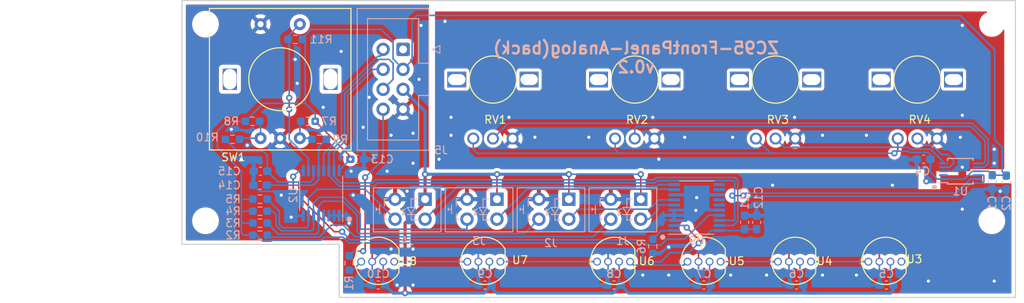
<source format=kicad_pcb>
(kicad_pcb (version 20211014) (generator pcbnew)
  (layers (0 "F.Cu" signal) (31 "B.Cu" signal) (34 "B.Paste" user) (35 "F.Paste" user) (36 "B.SilkS" user "B.Silkscreen") (37 "F.SilkS" user "F.Silkscreen") (38 "B.Mask" user) (39 "F.Mask" user) (44 "Edge.Cuts" user))
  (net 0 "")
  (net 1 "GND")
  (net 2 "ROT5-B")
  (net 3 "ROT5-A")
  (net 4 "+3v3")
  (net 5 "+5v")
  (net 6 "INT2")
  (net 7 "SDA")
  (net 8 "SCL")
  (net 9 "LED_DATA")
  (net 10 "ROT5-BUT")
  (net 11 "Net-(J1-Pad3)")
  (net 12 "Net-(J1-Pad4)")
  (net 13 "Net-(J2-Pad3)")
  (net 14 "Net-(U3-Pad4)")
  (net 15 "Net-(U4-Pad4)")
  (net 16 "Net-(U5-Pad4)")
  (net 17 "Net-(U6-Pad4)")
  (net 18 "Net-(J2-Pad4)")
  (net 19 "Net-(RV1-Pad2)")
  (net 20 "Net-(RV2-Pad2)")
  (net 21 "Net-(RV3-Pad2)")
  (net 22 "Net-(RV4-Pad2)")
  (net 23 "Net-(J3-Pad3)")
  (net 24 "Net-(J3-Pad4)")
  (net 25 "Net-(J4-Pad3)")
  (net 26 "Net-(J4-Pad4)")
  (net 27 "INT1")
  (net 28 "Net-(R1-Pad2)")
  (net 29 "Net-(R6-Pad1)")
  (net 30 "Net-(R7-Pad2)")
  (net 31 "Net-(R10-Pad1)")
  (net 33 "RESET")
  (net 39 "Net-(U7-Pad4)")
  (footprint "MountingHole:MountingHole_2.2mm_M2" (layer "F.Cu") (at 194 121)
    (fp_text reference "REF**" hide)
    (fp_text value "MountingHole_2.2mm_M2" hide)
  )
  (footprint "MountingHole:MountingHole_2.2mm_M2" (layer "F.Cu") (at 94 121)
    (fp_text reference "REF**" hide)
    (fp_text value "MountingHole_2.2mm_M2" hide)
  )
  (footprint "MountingHole:MountingHole_2.2mm_M2" (layer "F.Cu") (at 94 146)
    (fp_text reference "REF**" hide)
    (fp_text value "MountingHole_2.2mm_M2" hide)
  )
  (footprint "MountingHole:MountingHole_2.2mm_M2" (layer "F.Cu") (at 194 146)
    (fp_text reference "REF**" hide)
    (fp_text value "MountingHole_2.2mm_M2" hide)
  )
  (footprint "ProjLib:WS2812D-F5" (layer "F.Cu") (at 181.5 148)
    (fp_text reference "U3")
    (fp_text value "WS2812D")
  )
  (footprint "ProjLib:WS2812D-F5" (layer "F.Cu") (at 170 148)
    (fp_text reference "U4")
    (fp_text value "WS2812D")
  )
  (footprint "ProjLib:WS2812D-F5" (layer "F.Cu") (at 158.5 148)
    (fp_text reference "U5")
    (fp_text value "WS2812D")
  )
  (footprint "ProjLib:WS2812D-F5" (layer "F.Cu") (at 147 148)
    (fp_text reference "U6")
    (fp_text value "WS2812D")
  )
  (footprint "ProjLib:WS2812D-F5" (layer "F.Cu") (at 130.5 148)
    (fp_text reference "U7")
    (fp_text value "WS2812D")
  )
  (footprint "ProjLib:WS2812D-F5" (layer "F.Cu") (at 117 148)
    (fp_text reference "U8")
    (fp_text value "WS2812D")
  )
  (footprint "ProjLib:ALPSALPINE RK09L1140A2U" (layer "F.Cu") (at 130.556 128.143)
    (fp_text reference "RV1")
    (fp_text value "R_POT")
  )
  (footprint "ProjLib:ALPSALPINE RK09L1140A2U" (layer "F.Cu") (at 148.59 128.143)
    (fp_text reference "RV2")
    (fp_text value "R_POT")
  )
  (footprint "ProjLib:ALPSALPINE RK09L1140A2U" (layer "F.Cu") (at 166.497 128.143)
    (fp_text reference "RV3")
    (fp_text value "R_POT")
  )
  (footprint "ProjLib:ALPSALPINE RK09L1140A2U" (layer "F.Cu") (at 184.531 128.143)
    (fp_text reference "RV4")
    (fp_text value "R_POT")
  )
  (footprint "ProjLib:BOURNS PEC11L-4125F-S0020" (layer "F.Cu") (at 103.5 128)
    (fp_text reference "SW1")
    (fp_text value "ADJ")
  )
  (footprint "Capacitor_SMD:C_0603_1608Metric_Pad1.08x0.95mm_HandSolder" (layer "B.Cu") (at 100.938332 141.478 180)
    (fp_text reference "C14")
    (fp_text value "100nF")
  )
  (footprint "Capacitor_SMD:C_0603_1608Metric_Pad1.08x0.95mm_HandSolder" (layer "B.Cu") (at 157.3795 154.178 180)
    (fp_text reference "C7")
    (fp_text value "100nF")
  )
  (footprint "Library:ButtonConnector" (layer "B.Cu") (at 147.062 144.506 180)
    (fp_text reference "J1")
    (fp_text value "BUTTON_A")
  )
  (footprint "Resistor_SMD:R_0603_1608Metric_Pad0.98x0.95mm_HandSolder" (layer "B.Cu") (at 105.41 122.936 180)
    (fp_text reference "R11")
    (fp_text value "10K")
  )
  (footprint "Package_SO:TSSOP-10_3x3mm_P0.5mm" (layer "B.Cu") (at 189.992 139.7)
    (fp_text reference "U1")
    (fp_text value "ADS1115IDGS")
  )
  (footprint "Capacitor_SMD:C_0603_1608Metric_Pad1.08x0.95mm_HandSolder" (layer "B.Cu") (at 185.3195 138.176 180)
    (fp_text reference "C4")
    (fp_text value "100nF")
  )
  (footprint "Capacitor_SMD:C_0603_1608Metric_Pad1.08x0.95mm_HandSolder" (layer "B.Cu") (at 100.9915 139.7 180)
    (fp_text reference "C15")
    (fp_text value "100nF")
  )
  (footprint "Capacitor_SMD:C_0603_1608Metric_Pad1.08x0.95mm_HandSolder" (layer "B.Cu") (at 169.164 154.178 180)
    (fp_text reference "C6")
    (fp_text value "100nF")
  )
  (footprint "Capacitor_SMD:C_0603_1608Metric_Pad1.08x0.95mm_HandSolder" (layer "B.Cu") (at 194.056 141.0705 -90)
    (fp_text reference "C1")
    (fp_text value "100nF")
  )
  (footprint "Library:ButtonConnector" (layer "B.Cu") (at 137.918 144.506 180)
    (fp_text reference "J2")
    (fp_text value "BUTTON_B")
  )
  (footprint "Connector_IDC:IDC-Header_2x04_P2.54mm_Vertical" (layer "B.Cu") (at 119.126 124.206 180)
    (fp_text reference "J5")
    (fp_text value "Conn_02x04_Odd_Even")
  )
  (footprint "Capacitor_SMD:C_0603_1608Metric_Pad1.08x0.95mm_HandSolder" (layer "B.Cu") (at 162.56 146.2035 90)
    (fp_text reference "C11")
    (fp_text value "100nF")
  )
  (footprint "Resistor_SMD:R_0603_1608Metric_Pad0.98x0.95mm_HandSolder" (layer "B.Cu") (at 99.9725 133.35)
    (fp_text reference "R8")
    (fp_text value "10K")
  )
  (footprint "Resistor_SMD:R_0603_1608Metric_Pad0.98x0.95mm_HandSolder" (layer "B.Cu") (at 100.938332 144.78)
    (fp_text reference "R4")
    (fp_text value "10K")
  )
  (footprint "Resistor_SMD:R_0603_1608Metric_Pad0.98x0.95mm_HandSolder" (layer "B.Cu") (at 97.4325 135.636 180)
    (fp_text reference "R10")
    (fp_text value "10K")
  )
  (footprint "Capacitor_SMD:C_0603_1608Metric_Pad1.08x0.95mm_HandSolder" (layer "B.Cu") (at 195.834 141.1235 -90)
    (fp_text reference "C2")
    (fp_text value "10uF")
  )
  (footprint "Resistor_SMD:R_0603_1608Metric_Pad0.98x0.95mm_HandSolder" (layer "B.Cu") (at 100.938332 143.256)
    (fp_text reference "R5")
    (fp_text value "10K")
  )
  (footprint "Resistor_SMD:R_0603_1608Metric_Pad0.98x0.95mm_HandSolder" (layer "B.Cu") (at 108.458 135.636 180)
    (fp_text reference "R9")
    (fp_text value "10K")
  )
  (footprint "Resistor_SMD:R_0603_1608Metric_Pad0.98x0.95mm_HandSolder" (layer "B.Cu") (at 107.0375 133.35 180)
    (fp_text reference "R7")
    (fp_text value "10K")
  )
  (footprint "Capacitor_SMD:C_0603_1608Metric_Pad1.08x0.95mm_HandSolder" (layer "B.Cu") (at 164.084 146.2035 90)
    (fp_text reference "C12")
    (fp_text value "10uF")
  )
  (footprint "Package_SO:TSSOP-20_4.4x6.5mm_P0.65mm" (layer "B.Cu") (at 156.464 144.325)
    (fp_text reference "U9")
    (fp_text value "TLC59108IPWR")
  )
  (footprint "Resistor_SMD:R_0603_1608Metric_Pad0.98x0.95mm_HandSolder" (layer "B.Cu") (at 100.938332 147.828)
    (fp_text reference "R2")
    (fp_text value "10K")
  )
  (footprint "Capacitor_SMD:C_0603_1608Metric_Pad1.08x0.95mm_HandSolder" (layer "B.Cu") (at 115.9775 154.178 180)
    (fp_text reference "C10")
    (fp_text value "100nF")
  )
  (footprint "Resistor_SMD:R_0603_1608Metric_Pad0.98x0.95mm_HandSolder" (layer "B.Cu") (at 100.938332 146.304)
    (fp_text reference "R3")
    (fp_text value "10K")
  )
  (footprint "Library:ButtonConnector" (layer "B.Cu") (at 128.774 144.506 180)
    (fp_text reference "J3")
    (fp_text value "BUTTON_C")
  )
  (footprint "Library:ButtonConnector" (layer "B.Cu") (at 119.63 144.506 180)
    (fp_text reference "J4")
    (fp_text value "BUTTON_D")
  )
  (footprint "Package_SO:TSSOP-16_4.4x5mm_P0.65mm" (layer "B.Cu") (at 108.712 142.494 90)
    (fp_text reference "U2")
    (fp_text value "TCA9534")
  )
  (footprint "Capacitor_SMD:C_0603_1608Metric_Pad1.08x0.95mm_HandSolder" (layer "B.Cu") (at 129.54 154.178 180)
    (fp_text reference "C9")
    (fp_text value "100nF")
  )
  (footprint "Capacitor_SMD:C_0603_1608Metric_Pad1.08x0.95mm_HandSolder" (layer "B.Cu") (at 145.9495 154.178 180)
    (fp_text reference "C8")
    (fp_text value "100nF")
  )
  (footprint "Capacitor_SMD:C_0603_1608Metric_Pad1.08x0.95mm_HandSolder" (layer "B.Cu") (at 180.594 154.178 180)
    (fp_text reference "C5")
    (fp_text value "100nF")
  )
  (footprint "Resistor_SMD:R_0603_1608Metric_Pad0.98x0.95mm_HandSolder" (layer "B.Cu") (at 112.268 151.384 -90)
    (fp_text reference "R1")
    (fp_text value "100R")
  )
  (footprint "Resistor_SMD:R_0603_1608Metric_Pad0.98x0.95mm_HandSolder" (layer "B.Cu") (at 150.876 149.2485 -90)
    (fp_text reference "R6")
    (fp_text value "1K")
  )
  (footprint "Capacitor_SMD:C_0603_1608Metric_Pad1.08x0.95mm_HandSolder" (layer "B.Cu") (at 113.284 138.176 180)
    (fp_text reference "C13")
    (fp_text value "100nF")
  )
  (gr_circle (center 152.146 148.082) (end 152.4 148.082) (layer "B.SilkS") (width 0.15) (fill solid))
  (gr_circle (center 112.268 145.796) (end 112.522 145.796) (layer "B.SilkS") (width 0.15) (fill solid))
  (gr_circle (center 186.69 141.732) (end 186.944 141.732) (layer "B.SilkS") (width 0.15) (fill solid))
  (gr_line (start 91 149) (end 111 149) (layer "Edge.Cuts") (width 0.15))
  (gr_line (start 197 118) (end 91 118) (layer "Edge.Cuts") (width 0.15))
  (gr_line (start 111 155.75) (end 197 155.75) (layer "Edge.Cuts") (width 0.15))
  (gr_line (start 111 149) (end 111 155.75) (layer "Edge.Cuts") (width 0.15))
  (gr_line (start 91 118) (end 91 149) (layer "Edge.Cuts") (width 0.15))
  (gr_line (start 197 155.75) (end 197 118) (layer "Edge.Cuts") (width 0.15))
  (gr_text "ZC95-FrontPanel-Analog(back)\nv0.2" (at 148.75 125.25) (layer "B.SilkS") (effects (font (size 1.5 1.5) (thickness 0.3)) (justify mirror)))
  (segment (start 128.7 150.036) (end 128.524 149.86) (width 0.2) (layer "F.Cu") (net 1))
  (segment (start 115.2 150.23) (end 115.57 149.86) (width 0.2) (layer "F.Cu") (net 1))
  (segment (start 145.2 151.2) (end 145.2 149.948) (width 0.2) (layer "F.Cu") (net 1))
  (segment (start 115.2 151.2) (end 115.2 150.23) (width 0.2) (layer "F.Cu") (net 1))
  (segment (start 168.2 151.2) (end 168.2 149.912) (width 0.2) (layer "F.Cu") (net 1))
  (segment (start 128.7 151.2) (end 128.7 150.036) (width 0.2) (layer "F.Cu") (net 1))
  (segment (start 179.7 151.2) (end 179.7 149.992) (width 0.2) (layer "F.Cu") (net 1))
  (segment (start 190.246 144.526) (end 190.246 139.192) (width 1) (layer "F.Cu") (net 1))
  (segment (start 156.7 151.2) (end 156.7 150.132) (width 0.2) (layer "F.Cu") (net 1))
  (segment (start 179.7 149.992) (end 179.832 149.86) (width 0.2) (layer "F.Cu") (net 1))
  (via (at 117.094 139.7) (size 0.8) (drill 0.4) (layers "F.Cu" "B.Cu") (net 1))
  (via (at 135.89 135.382) (size 0.8) (drill 0.4) (layers "F.Cu" "B.Cu") (net 1))
  (via (at 111.252 124.46) (size 0.8) (drill 0.4) (layers "F.Cu" "B.Cu") (net 1))
  (via (at 181.356 141.478) (size 0.8) (drill 0.4) (layers "F.Cu" "B.Cu") (net 1))
  (via (at 152.908 152.908) (size 0.8) (drill 0.4) (layers "F.Cu" "B.Cu") (net 1))
  (via (at 120.396 134.874) (size 0.8) (drill 0.4) (layers "F.Cu" "B.Cu") (net 1))
  (via (at 124.206 141.986) (size 0.8) (drill 0.4) (layers "F.Cu" "B.Cu") (net 1))
  (via (at 120.396 154.178) (size 0.8) (drill 0.4) (layers "F.Cu" "B.Cu") (net 1))
  (via (at 125.222 135.128) (size 0.8) (drill 0.4) (layers "F.Cu" "B.Cu") (net 1))
  (via (at 97.282 134.366) (size 0.8) (drill 0.4) (layers "F.Cu" "B.Cu") (net 1))
  (via (at 152.908 149.352) (size 0.8) (drill 0.4) (layers "F.Cu" "B.Cu") (net 1))
  (via (at 154.94 135.382) (size 0.8) (drill 0.4) (layers "F.Cu" "B.Cu") (net 1))
  (via (at 156.3635 144.6795) (size 0.8) (drill 0.4) (layers "F.Cu" "B.Cu") (net 1))
  (via (at 117.602 149.606) (size 0.8) (drill 0.4) (layers "F.Cu" "B.Cu") (net 1))
  (via (at 165.354 152.908) (size 0.8) (drill 0.4) (layers "F.Cu" "B.Cu") (net 1))
  (via (at 166.116 141.478) (size 0.8) (drill 0.4) (layers "F.Cu" "B.Cu") (net 1))
  (via (at 125.222 132.842) (size 0.8) (drill 0.4) (layers "F.Cu" "B.Cu") (net 1))
  (via (at 161.036 135.382) (size 0.8) (drill 0.4) (layers "F.Cu" "B.Cu") (net 1))
  (via (at 117.602 135.128) (size 0.8) (drill 0.4) (layers "F.Cu" "B.Cu") (net 1))
  (via (at 103.632 142.748) (size 0.8) (drill 0.4) (layers "F.Cu" "B.Cu") (net 1))
  (via (at 121.412 121.158) (size 0.8) (drill 0.4) (layers "F.Cu" "B.Cu") (net 1))
  (via (at 150.876 132.842) (size 0.8) (drill 0.4) (layers "F.Cu" "B.Cu") (net 1))
  (via (at 190.246 121.158) (size 0.8) (drill 0.4) (layers "F.Cu" "B.Cu") (net 1))
  (via (at 104.902 145.542) (size 0.8) (drill 0.4) (layers "F.Cu" "B.Cu") (net 1))
  (via (at 112.268 146.304) (size 0.8) (drill 0.4) (layers "F.Cu" "B.Cu") (net 1))
  (via (at 178.054 135.128) (size 0.8) (drill 0.4) (layers "F.Cu" "B.Cu") (net 1))
  (via (at 194.31 153.67) (size 0.8) (drill 0.4) (layers "F.Cu" "B.Cu") (net 1))
  (via (at 190.246 132.588) (size 0.8) (drill 0.4) (layers "F.Cu" "B.Cu") (net 1))
  (via (at 112.522 139.7) (size 0.8) (drill 0.4) (layers "F.Cu" "B.Cu") (net 1))
  (via (at 156.464 143.055) (size 0.8) (drill 0.4) (layers "F.Cu" "B.Cu") (net 1))
  (via (at 120.396 149.606) (size 0.8) (drill 0.4) (layers "F.Cu" "B.Cu") (net 1))
  (via (at 168.91 132.842) (size 0.8) (drill 0.4) (layers "F.Cu" "B.Cu") (net 1))
  (via (at 105.664 128.524) (size 0.8) (drill 0.4) (layers "F.Cu" "B.Cu") (net 1))
  (via (at 190.246 144.526) (size 0.8) (drill 0.4) (layers "F.Cu" "B.Cu") (net 1))
  (via (at 118.364 154.178) (size 0.8) (drill 0.4) (layers "F.Cu" "B.Cu") (net 1))
  (via (at 121.158 128.016) (size 0.8) (drill 0.4) (layers "F.Cu" "B.Cu") (net 1))
  (via (at 160.782 152.908) (size 0.8) (drill 0.4) (layers "F.Cu" "B.Cu") (net 1))
  (via (at 98.552 138.176) (size 0.8) (drill 0.4) (layers "F.Cu" "B.Cu") (net 1))
  (via (at 185.928 153.67) (size 0.8) (drill 0.4) (layers "F.Cu" "B.Cu") (net 1))
  (via (at 123.698 138.176) (size 0.8) (drill 0.4) (layers "F.Cu" "B.Cu") (net 1))
  (via (at 142.748 135.382) (size 0.8) (drill 0.4) (layers "F.Cu" "B.Cu") (net 1))
  (via (at 185.674 140.97) (size 0.8) (drill 0.4) (layers "F.Cu" "B.Cu") (net 1))
  (via (at 172.466 152.908) (size 0.8) (drill 0.4) (layers "F.Cu" "B.Cu") (net 1))
  (via (at 99.314 136.398) (size 0.8) (drill 0.4) (layers "F.Cu" "B.Cu") (net 1))
  (via (at 176.784 152.908) (size 0.8) (drill 0.4) (layers "F.Cu" "B.Cu") (net 1))
  (via (at 194.31 138.684) (size 0.8) (drill 0.4) (layers "F.Cu" "B.Cu") (net 1))
  (via (at 105.41 125.476) (size 0.8) (drill 0.4) (layers "F.Cu" "B.Cu") (net 1))
  (via (at 195.072 142.24) (size 0.8) (drill 0.4) (layers "F.Cu" "B.Cu") (net 1))
  (via (at 124.46 120.65) (size 0.8) (drill 0.4) (layers "F.Cu" "B.Cu") (net 1))
  (via (at 114.808 130.302) (size 0.8) (drill 0.4) (layers "F.Cu" "B.Cu") (net 1))
  (via (at 149.606 152.908) (size 0.8) (drill 0.4) (layers "F.Cu" "B.Cu") (net 1))
  (via (at 119.634 142.24) (size 0.8) (drill 0.4) (layers "F.Cu" "B.Cu") (net 1))
  (via (at 172.466 135.128) (size 0.8) (drill 0.4) (layers "F.Cu" "B.Cu") (net 1))
  (via (at 151.638 138.176) (size 0.8) (drill 0.4) (layers "F.Cu" "B.Cu") (net 1))
  (via (at 114.046 134.112) (size 0.8) (drill 0.4) (layers "F.Cu" "B.Cu") (net 1))
  (via (at 190.246 139.192) (size 0.8) (drill 0.4) (layers "F.Cu" "B.Cu") (net 1))
  (via (at 132.588 132.842) (size 0.8) (drill 0.4) (layers "F.Cu" "B.Cu") (net 1))
  (via (at 189.992 135.382) (size 0.8) (drill 0.4) (layers "F.Cu" "B.Cu") (net 1))
  (via (at 194.31 136.906) (size 0.8) (drill 0.4) (layers "F.Cu" "B.Cu") (net 1))
  (via (at 108.966 131.572) (size 0.8) (drill 0.4) (layers "F.Cu" "B.Cu") (net 1))
  (via (at 112.776 142.748) (size 0.8) (drill 0.4) (layers "F.Cu" "B.Cu") (net 1))
  (via (at 120.396 138.684) (size 0.8) (drill 0.4) (layers "F.Cu" "B.Cu") (net 1))
  (segment (start 195.781 141.933) (end 195.834 141.986) (width 0.2) (layer "B.Cu") (net 1))
  (segment (start 103.632 142.266) (end 103.632 142.748) (width 0.2) (layer "B.Cu") (net 1))
  (segment (start 123.906 141.686) (end 124.206 141.986) (width 0.4) (layer "B.Cu") (net 1))
  (segment (start 128.6775 154.178) (end 128.7 154.1555) (width 0.2) (layer "B.Cu") (net 1))
  (segment (start 155.743 145.3) (end 156.3635 144.6795) (width 0.4) (layer "B.Cu") (net 1))
  (segment (start 195.019 141.933) (end 195.072 141.986) (width 0.2) (layer "B.Cu") (net 1))
  (segment (start 168.2 154.0765) (end 168.2 151.2) (width 0.2) (layer "B.Cu") (net 1))
  (segment (start 179.7315 154.178) (end 179.7 154.1465) (width 0.2) (layer "B.Cu") (net 1))
  (segment (start 168.3015 154.178) (end 168.2 154.0765) (width 0.2) (layer "B.Cu") (net 1))
  (segment (start 153.6015 145.3) (end 155.743 145.3) (width 0.4) (layer "B.Cu") (net 1))
  (segment (start 117.602 149.606) (end 116.794 149.606) (width 0.2) (layer "B.Cu") (net 1))
  (segment (start 115.115 154.178) (end 115.2 154.093) (width 0.2) (layer "B.Cu") (net 1))
  (segment (start 153.6015 142.7) (end 156.109 142.7) (width 0.4) (layer "B.Cu") (net 1))
  (segment (start 195.072 141.986) (end 195.072 142.24) (width 0.2) (layer "B.Cu") (net 1))
  (segment (start 156.464 144.579) (end 156.464 143.055) (width 0.4) (layer "B.Cu") (net 1))
  (segment (start 159.3265 142.7) (end 156.819 142.7) (width 0.4) (layer "B.Cu") (net 1))
  (segment (start 189.738 139.7) (end 190.246 139.192) (width 0.2) (layer "B.Cu") (net 1))
  (segment (start 120.396 154.178) (end 118.364 154.178) (width 0.4) (layer "B.Cu") (net 1))
  (segment (start 156.464 143.055) (end 158.059 144.65) (width 0.4) (layer "B.Cu") (net 1))
  (segment (start 187.842 139.7) (end 189.738 139.7) (width 0.2) (layer "B.Cu") (net 1))
  (segment (start 155.093 145.95) (end 156.464 144.579) (width 0.4) (layer "B.Cu") (net 1))
  (segment (start 153.6015 145.95) (end 155.093 145.95) (width 0.4) (layer "B.Cu") (net 1))
  (segment (start 156.3635 144.6795) (end 156.464 144.579) (width 0.4) (layer "B.Cu") (net 1))
  (segment (start 116.794 149.606) (end 115.2 151.2) (width 0.2) (layer "B.Cu") (net 1))
  (segment (start 156.819 142.7) (end 156.464 143.055) (width 0.4) (layer "B.Cu") (net 1))
  (segment (start 154.869 144.65) (end 156.464 143.055) (width 0.4) (layer "B.Cu") (net 1))
  (segment (start 162.56 145.341) (end 164.084 145.341) (width 0.2) (layer "B.Cu") (net 1))
  (segment (start 156.7 153.995) (end 156.7 151.2) (width 0.2) (layer "B.Cu") (net 1))
  (segment (start 195.019 141.933) (end 195.781 141.933) (width 0.2) (layer "B.Cu") (net 1))
  (segment (start 100.075832 141.478) (end 100.850832 142.253) (width 0.2) (layer "B.Cu") (net 1))
  (segment (start 115.2 154.093) (end 115.2 151.2) (width 0.2) (layer "B.Cu") (net 1))
  (segment (start 158.059 144.65) (end 159.3265 144.65) (width 0.4) (layer "B.Cu") (net 1))
  (segment (start 120.188 141.686) (end 123.906 141.686) (width 0.4) (layer "B.Cu") (net 1))
  (segment (start 117.602 149.606) (end 120.396 149.606) (width 0.4) (layer "B.Cu") (net 1))
  (segment (start 194.056 141.933) (end 195.019 141.933) (width 0.2) (layer "B.Cu") (net 1))
  (segment (start 128.7 154.1555) (end 128.7 151.2) (width 0.2) (layer "B.Cu") (net 1))
  (segment (start 145.2 154.065) (end 145.2 151.2) (width 0.2) (layer "B.Cu") (net 1))
  (segment (start 156.109 142.7) (end 156.464 143.055) (width 0.4) (layer "B.Cu") (net 1))
  (segment (start 100.850832 142.253) (end 103.619 142.253) (width 0.2) (layer "B.Cu") (net 1))
  (segment (start 153.6015 144.65) (end 154.869 144.65) (width 0.4) (layer "B.Cu") (net 1))
  (segment (start 156.517 154.178) (end 156.7 153.995) (width 0.2) (layer "B.Cu") (net 1))
  (segment (start 145.087 154.178) (end 145.2 154.065) (width 0.2) (layer "B.Cu") (net 1))
  (segment (start 145.2 151.2) (end 145.2 149.948) (width 0.2) (layer "B.Cu") (net 1))
  (segment (start 119.634 142.24) (end 120.188 141.686) (width 0.4) (layer "B.Cu") (net 1))
  (segment (start 103.619 142.253) (end 103.632 142.266) (width 0.2) (layer "B.Cu") (net 1))
  (segment (start 128.7 151.2) (end 128.7 150.036) (width 0.2) (layer "B.Cu") (net 1))
  (segment (start 179.7 154.1465) (end 179.7 151.2) (width 0.2) (layer "B.Cu") (net 1))
  (segment (start 108.387 140.787) (end 108.387 139.6315) (width 0.2) (layer "B.Cu") (net 2))
  (segment (start 101.800832 141.478) (end 107.696 141.478) (width 0.2) (layer "B.Cu") (net 2))
  (segment (start 108.387 136.6195) (end 108.387 139.6315) (width 0.2) (layer "B.Cu") (net 2))
  (segment (start 107.696 141.478) (end 108.387 140.787) (width 0.2) (layer "B.Cu") (net 2))
  (segment (start 109.3705 135.636) (end 108.387 136.6195) (width 0.2) (layer "B.Cu") (net 2))
  (segment (start 107.737 139.6315) (end 107.737 140.675) (width 0.2) (layer "B.Cu") (net 3))
  (segment (start 101.854 137.668) (end 101.346 137.16) (width 0.2) (layer "B.Cu") (net 3))
  (segment (start 107.334 141.078) (end 103.232 141.078) (width 0.2) (layer "B.Cu") (net 3))
  (segment (start 103.232 141.078) (end 101.854 139.7) (width 0.2) (layer "B.Cu") (net 3))
  (segment (start 98.044 137.16) (end 96.52 135.636) (width 0.2) (layer "B.Cu") (net 3))
  (segment (start 107.737 140.675) (end 107.334 141.078) (width 0.2) (layer "B.Cu") (net 3))
  (segment (start 101.346 137.16) (end 98.044 137.16) (width 0.2) (layer "B.Cu") (net 3))
  (segment (start 101.854 139.7) (end 101.854 137.668) (width 0.2) (layer "B.Cu") (net 3))
  (segment (start 112.4215 138.176) (end 112.4215 137.8215) (width 0.2) (layer "F.Cu") (net 4))
  (segment (start 112.4215 137.8215) (end 107.95 133.35) (width 0.2) (layer "F.Cu") (net 4))
  (segment (start 181.61 137.414) (end 182.031 136.993) (width 0.2) (layer "F.Cu") (net 4))
  (segment (start 156.718 148.844) (end 156.718 148.389) (width 0.2) (layer "F.Cu") (net 4))
  (segment (start 182.031 136.993) (end 182.031 135.543) (width 0.2) (layer "F.Cu") (net 4))
  (segment (start 156.718 148.389) (end 155.194 146.865) (width 0.2) (layer "F.Cu") (net 4))
  (via (at 112.4215 138.176) (size 0.8) (drill 0.4) (layers "F.Cu" "B.Cu") (net 4))
  (via (at 155.194 146.865) (size 0.8) (drill 0.4) (layers "F.Cu" "B.Cu") (net 4))
  (via (at 107.95 133.35) (size 0.8) (drill 0.4) (layers "F.Cu" "B.Cu") (net 4))
  (via (at 181.61 137.414) (size 0.8) (drill 0.4) (layers "F.Cu" "B.Cu") (net 4))
  (via (at 156.718 148.844) (size 0.8) (drill 0.4) (layers "F.Cu" "B.Cu") (net 4))
  (segment (start 186.182 139.815) (end 186.182 137.605686) (width 0.2) (layer "B.Cu") (net 4))
  (segment (start 149.606 151.13) (end 149.714 151.238) (width 0.2) (layer "B.Cu") (net 4))
  (segment (start 102.444472 148.482) (end 108.652529 148.482) (width 0.2) (layer "B.Cu") (net 4))
  (segment (start 186.182 137.605686) (end 185.882314 137.306) (width 0.2) (layer "B.Cu") (net 4))
  (segment (start 181.864 137.16) (end 181.61 137.414) (width 0.2) (layer "B.Cu") (net 4))
  (segment (start 154.929 146.6) (end 155.194 146.865) (width 0.2) (layer "B.Cu") (net 4))
  (segment (start 195.781 140.208) (end 195.834 140.261) (width 0.2) (layer "B.Cu") (net 4))
  (segment (start 106.68 122.428) (end 106.68 131.064) (width 0.2) (layer "B.Cu") (net 4))
  (segment (start 106.68 122.428) (end 106.172 122.936) (width 0.2) (layer "B.Cu") (net 4))
  (segment (start 98.552 143.51) (end 98.552 139.7) (width 0.2) (layer "B.Cu") (net 4))
  (segment (start 109.044731 148.089798) (end 111.508919 148.089798) (width 0.2) (layer "B.Cu") (net 4))
  (segment (start 190.516 140.7) (end 191.516 139.7) (width 0.2) (layer "B.Cu") (net 4))
  (segment (start 156.718 148.844) (end 158.312 147.25) (width 0.2) (layer "B.Cu") (net 4))
  (segment (start 116.332 121.666) (end 107.442 121.666) (width 0.2) (layer "B.Cu") (net 4))
  (segment (start 96.774 133.35) (end 99.06 133.35) (width 0.2) (layer "B.Cu") (net 4))
  (segment (start 107.95 132.334) (end 107.95 133.35) (width 0.2) (layer "B.Cu") (net 4))
  (segment (start 110.987 139.6105) (end 110.987 139.6315) (width 0.2) (layer "B.Cu") (net 4))
  (segment (start 107.442 121.666) (end 106.68 122.428) (width 0.2) (layer "B.Cu") (net 4))
  (segment (start 148.825 148.825) (end 149.606 149.606) (width 0.2) (layer "B.Cu") (net 4))
  (segment (start 159.3265 147.25) (end 162.376 147.25) (width 0.2) (layer "B.Cu") (net 4))
  (segment (start 98.806 143.256) (end 98.552 143.51) (width 0.2) (layer "B.Cu") (net 4))
  (segment (start 120.276 125.596) (end 120.276 120.516) (width 0.2) (layer "B.Cu") (net 4))
  (segment (start 128.524 137.414) (end 128.056 136.946) (width 0.2) (layer "B.Cu") (net 4))
  (segment (start 101.308832 148.603) (end 102.323472 148.603) (width 0.2) (layer "B.Cu") (net 4))
  (segment (start 165.868 137.414) (end 163.997 135.543) (width 0.2) (layer "B.Cu") (net 4))
  (segment (start 194.372 124.268) (end 194.372 135.698) (width 0.2) (layer "B.Cu") (net 4))
  (segment (start 185.882314 137.306) (end 183.476315 137.306) (width 0.2) (layer "B.Cu") (net 4))
  (segment (start 194.056 140.208) (end 195.781 140.208) (width 0.2) (layer "B.Cu") (net 4))
  (segment (start 128.056 136.946) (end 128.056 135.543) (width 0.2) (layer "B.Cu") (net 4))
  (segment (start 119.126 126.746) (end 119.126 126.688314) (width 0.2) (layer "B.Cu") (net 4))
  (segment (start 98.552 139.7) (end 95.504 136.652) (width 0.2) (layer "B.Cu") (net 4))
  (segment (start 98.552 143.51) (end 98.552 144.78) (width 0.2) (layer "B.Cu") (net 4))
  (segment (start 162.56 147.066) (end 164.084 147.066) (width 0.2) (layer "B.Cu") (net 4))
  (segment (start 192.142 139.7) (end 193.548 139.7) (width 0.2) (layer "B.Cu") (net 4))
  (segment (start 181.61 137.414) (end 165.868 137.414) (width 0.2) (layer "B.Cu") (net 4))
  (segment (start 108.652529 148.482) (end 109.044731 148.089798) (width 0.2) (layer "B.Cu") (net 4))
  (segment (start 100.279832 147.574) (end 101.308832 148.603) (width 0.2) (layer "B.Cu") (net 4))
  (segment (start 98.806 147.828) (end 98.552 147.574) (width 0.2) (layer "B.Cu") (net 4))
  (segment (start 153.1 150.052) (end 155.51 150.052) (width 0.2) (layer "B.Cu") (net 4))
  (segment (start 151.914 151.238) (end 153.1 150.052) (width 0.2) (layer "B.Cu") (net 4))
  (segment (start 187.842 140.7) (end 190.516 140.7) (width 0.2) (layer "B.Cu") (net 4))
  (segment (start 194.372 135.698) (end 195.326 136.652) (width 0.2) (layer "B.Cu") (net 4))
  (segment (start 98.552 146.05) (end 98.806 146.304) (width 0.2) (layer "B.Cu") (net 4))
  (segment (start 165.868 137.414) (end 146.558 137.414) (width 0.2) (layer "B.Cu") (net 4))
  (segment (start 183.330315 137.16) (end 181.864 137.16) (width 0.2) (layer "B.Cu") (net 4))
  (segment (start 155.51 150.052) (end 156.718 148.844) (width 0.2) (layer "B.Cu") (net 4))
  (segment (start 195.326 139.753) (end 195.834 140.261) (width 0.2) (layer "B.Cu") (net 4))
  (segment (start 95.504 136.652) (end 95.504 134.62) (width 0.2) (layer "B.Cu") (net 4))
  (segment (start 195.326 136.652) (end 195.326 139.753) (width 0.2) (layer "B.Cu") (net 4))
  (segment (start 120.904 119.888) (end 189.992 119.888) (width 0.2) (layer "B.Cu") (net 4))
  (segment (start 98.552 144.78) (end 98.552 146.05) (width 0.2) (layer "B.Cu") (net 4))
  (segment (start 120.276 120.516) (end 120.904 119.888) (width 0.2) (layer "B.Cu") (net 4))
  (segment (start 191.516 139.7) (end 192.142 139.7) (width 0.2) (layer "B.Cu") (net 4))
  (segment (start 149.714 151.238) (end 151.914 151.238) (width 0.2) (layer "B.Cu") (net 4))
  (segment (start 111.508919 148.089798) (end 112.244121 148.825) (width 0.2) (layer "B.Cu") (net 4))
  (segment (start 95.504 134.62) (end 96.774 133.35) (width 0.2) (layer "B.Cu") (net 4))
  (segment (start 158.312 147.25) (end 159.3265 147.25) (width 0.2) (layer "B.Cu") (net 4))
  (segment (start 106.68 131.064) (end 107.95 132.334) (width 0.2) (layer "B.Cu") (net 4))
  (segment (start 189.992 119.888) (end 194.372 124.268) (width 0.2) (layer "B.Cu") (net 4))
  (segment (start 99.06 133.35) (end 101.346 131.064) (width 0.2) (layer "B.Cu") (net 4))
  (segment (start 187.842 140.7) (end 187.067 140.7) (width 0.2) (layer "B.Cu") (net 4))
  (segment (start 153.6015 146.6) (end 154.929 146.6) (width 0.2) (layer "B.Cu") (net 4))
  (segment (start 146.09 136.946) (end 146.09 135.543) (width 0.2) (layer "B.Cu") (net 4))
  (segment (start 146.558 137.414) (end 128.524 137.414) (width 0.2) (layer "B.Cu") (net 4))
  (segment (start 112.4215 138.176) (end 110.987 139.6105) (width 0.2) (layer "B.Cu") (net 4))
  (segment (start 183.476315 137.306) (end 183.330315 137.16) (width 0.2) (layer "B.Cu") (net 4))
  (segment (start 112.244121 148.825) (end 148.825 148.825) (width 0.2) (layer "B.Cu") (net 4))
  (segment (start 146.558 137.414) (end 146.09 136.946) (width 0.2) (layer "B.Cu") (net 4))
  (segment (start 117.856 123.19) (end 116.332 121.666) (width 0.2) (layer "B.Cu") (net 4))
  (segment (start 100.025832 147.828) (end 98.806 147.828) (width 0.2) (layer "B.Cu") (net 4))
  (segment (start 98.806 146.304) (end 100.025832 146.304) (width 0.2) (layer "B.Cu") (net 4))
  (segment (start 117.856 125.418314) (end 117.856 123.19) (width 0.2) (layer "B.Cu") (net 4))
  (segment (start 98.552 147.574) (end 98.552 146.05) (width 0.2) (layer "B.Cu") (net 4))
  (segment (start 193.548 139.7) (end 194.056 140.208) (width 0.2) (layer "B.Cu") (net 4))
  (segment (start 187.067 140.7) (end 186.182 139.815) (width 0.2) (layer "B.Cu") (net 4))
  (segment (start 119.126 126.746) (end 120.276 125.596) (width 0.2) (layer "B.Cu") (net 4))
  (segment (start 162.376 147.25) (end 162.56 147.066) (width 0.2) (layer "B.Cu") (net 4))
  (segment (start 100.025832 144.78) (end 98.552 144.78) (width 0.2) (layer "B.Cu") (net 4))
  (segment (start 102.323472 148.603) (end 102.444472 148.482) (width 0.2) (layer "B.Cu") (net 4))
  (segment (start 119.126 126.688314) (end 117.856 125.418314) (width 0.2) (layer "B.Cu") (net 4))
  (segment (start 100.025832 147.828) (end 100.279832 147.574) (width 0.2) (layer "B.Cu") (net 4))
  (segment (start 101.346 131.064) (end 106.68 131.064) (width 0.2) (layer "B.Cu") (net 4))
  (segment (start 149.606 149.606) (end 149.606 151.13) (width 0.2) (layer "B.Cu") (net 4))
  (segment (start 100.025832 143.256) (end 98.806 143.256) (width 0.2) (layer "B.Cu") (net 4))
  (segment (start 131.068 140.0865) (end 131.068 142.331) (width 0.2) (layer "F.Cu") (net 5))
  (segment (start 121.924 140.0865) (end 121.924 142.331) (width 0.4) (layer "F.Cu") (net 5))
  (segment (start 119.38 146.293767) (end 119.38 155.194) (width 0.4) (layer "F.Cu") (net 5))
  (segment (start 149.356 140.0865) (end 149.356 142.331) (width 0.2) (layer "F.Cu") (net 5))
  (segment (start 140.212 140.0865) (end 140.212 142.331) (width 0.2) (layer "F.Cu") (net 5))
  (segment (start 121.92 143.256) (end 121.92 143.753767) (width 0.4) (layer "F.Cu") (net 5))
  (segment (start 121.92 143.753767) (end 119.38 146.293767) (width 0.4) (layer "F.Cu") (net 5))
  (via (at 140.212 140.0865) (size 0.8) (drill 0.4) (layers "F.Cu" "B.Cu") (net 5))
  (via (at 119.38 155.194) (size 0.8) (drill 0.4) (layers "F.Cu" "B.Cu") (net 5))
  (via (at 149.356 140.0865) (size 0.8) (drill 0.4) (layers "F.Cu" "B.Cu") (net 5))
  (via (at 121.924 140.0865) (size 0.8) (drill 0.4) (layers "F.Cu" "B.Cu") (net 5))
  (via (at 131.068 140.0865) (size 0.8) (drill 0.4) (layers "F.Cu" "B.Cu") (net 5))
  (segment (start 131.068 140.0865) (end 140.212 140.0865) (width 0.4) (layer "B.Cu") (net 5))
  (segment (start 181.1 153.8215) (end 181.1 151.2) (width 0.2) (layer "B.Cu") (net 5))
  (segment (start 181.4565 154.178) (end 181.1 153.8215) (width 0.2) (layer "B.Cu") (net 5))
  (segment (start 170.0265 154.178) (end 169.6 153.7515) (width 0.2) (layer "B.Cu") (net 5))
  (segment (start 146.6 153.966) (end 146.6 151.2) (width 0.2) (layer "B.Cu") (net 5))
  (segment (start 121.924 132.084) (end 121.924 140.0865) (width 0.4) (layer "B.Cu") (net 5))
  (segment (start 116.6 153.938) (end 116.6 151.2) (width 0.2) (layer "B.Cu") (net 5))
  (segment (start 130.4025 154.178) (end 130.4025 154.5325) (width 0.4) (layer "B.Cu") (net 5))
  (segment (start 130.1 153.8755) (end 130.1 151.2) (width 0.2) (layer "B.Cu") (net 5))
  (segment (start 145.796 155.194) (end 146.812 154.178) (width 0.4) (layer "B.Cu") (net 5))
  (segment (start 158.242 154.178) (end 158.242 154.686) (width 0.4) (layer "B.Cu") (net 5))
  (segment (start 147.828 155.194) (end 157.734 155.194) (width 0.4) (layer "B.Cu") (net 5))
  (segment (start 117.856 155.194) (end 119.38 155.194) (width 0.4) (layer "B.Cu") (net 5))
  (segment (start 181.102 155.194) (end 181.4565 154.8395) (width 0.4) (layer "B.Cu") (net 5))
  (segment (start 181.4565 154.8395) (end 181.4565 154.178) (width 0.4) (layer "B.Cu") (net 5))
  (segment (start 171.704 155.194) (end 181.102 155.194) (width 0.4) (layer "B.Cu") (net 5))
  (segment (start 170.0265 154.7865) (end 170.0265 154.178) (width 0.4) (layer "B.Cu") (net 5))
  (segment (start 157.734 155.194) (end 171.704 155.194) (width 0.4) (layer "B.Cu") (net 5))
  (segment (start 158.242 154.178) (end 158.1 154.036) (width 0.2) (layer "B.Cu") (net 5))
  (segment (start 116.84 154.178) (end 116.6 153.938) (width 0.2) (layer "B.Cu") (net 5))
  (segment (start 121.924 140.0865) (end 131.068 140.0865) (width 0.4) (layer "B.Cu") (net 5))
  (segment (start 169.6 153.7515) (end 169.6 151.2) (width 0.2) (layer "B.Cu") (net 5))
  (segment (start 129.3865 155.194) (end 130.4025 154.178) (width 0.4) (layer "B.Cu") (net 5))
  (segment (start 146.812 154.178) (end 147.828 155.194) (width 0.4) (layer "B.Cu") (net 5))
  (segment (start 170.434 155.194) (end 170.0265 154.7865) (width 0.4) (layer "B.Cu") (net 5))
  (segment (start 158.1 154.036) (end 158.1 151.2) (width 0.2) (layer "B.Cu") (net 5))
  (segment (start 130.4025 154.178) (end 130.1 153.8755) (width 0.2) (layer "B.Cu") (net 5))
  (segment (start 149.356 140.0865) (end 140.212 140.0865) (width 0.2) (layer "B.Cu") (net 5))
  (segment (start 116.84 154.178) (end 117.856 155.194) (width 0.4) (layer "B.Cu") (net 5))
  (segment (start 119.38 155.194) (end 129.3865 155.194) (width 0.4) (layer "B.Cu") (net 5))
  (segment (start 119.126 129.286) (end 121.924 132.084) (width 0.4) (layer "B.Cu") (net 5))
  (segment (start 146.812 154.178) (end 146.6 153.966) (width 0.2) (layer "B.Cu") (net 5))
  (segment (start 131.064 155.194) (end 145.796 155.194) (width 0.4) (layer "B.Cu") (net 5))
  (segment (start 130.4025 154.5325) (end 131.064 155.194) (width 0.4) (layer "B.Cu") (net 5))
  (segment (start 171.704 155.194) (end 170.434 155.194) (width 0.4) (layer "B.Cu") (net 5))
  (segment (start 158.242 154.686) (end 157.734 155.194) (width 0.4) (layer "B.Cu") (net 5))
  (segment (start 116.224 125.076) (end 115.912314 125.076) (width 0.2) (layer "B.Cu") (net 6))
  (segment (start 111.2895 135.201488) (end 109.037 137.453988) (width 0.2) (layer "B.Cu") (net 6))
  (segment (start 111.2895 129.698814) (end 111.2895 135.201488) (width 0.2) (layer "B.Cu") (net 6))
  (segment (start 109.037 137.453988) (end 109.037 139.6315) (width 0.2) (layer "B.Cu") (net 6))
  (segment (start 116.586 124.206) (end 116.586 124.714) (width 0.2) (layer "B.Cu") (net 6))
  (segment (start 116.586 124.714) (end 116.224 125.076) (width 0.2) (layer "B.Cu") (net 6))
  (segment (start 115.912314 125.076) (end 111.2895 129.698814) (width 0.2) (layer "B.Cu") (net 6))
  (segment (start 116.586 126.746) (end 115.373686 126.746) (width 0.2) (layer "B.Cu") (net 7))
  (segment (start 192.992 140.275) (end 192.992 141.018) (width 0.2) (layer "B.Cu") (net 7))
  (segment (start 161.332685 140.5) (end 151.309629 140.5) (width 0.2) (layer "B.Cu") (net 7))
  (segment (start 110.337 137.28536) (end 110.337 139.6315) (width 0.2) (layer "B.Cu") (net 7))
  (segment (start 151.309629 140.5) (end 151.02363 140.786) (width 0.2) (layer "B.Cu") (net 7))
  (segment (start 115.628999 140.786) (end 115.228999 141.186) (width 0.2) (layer "B.Cu") (net 7))
  (segment (start 159.3265 146.6) (end 161.104685 146.6) (width 0.2) (layer "B.Cu") (net 7))
  (segment (start 161.104685 146.6) (end 161.69 146.014685) (width 0.2) (layer "B.Cu") (net 7))
  (segment (start 161.69 146.014685) (end 161.69 143.91) (width 0.2) (layer "B.Cu") (net 7))
  (segment (start 110.337 140.368999) (end 110.337 139.6315) (width 0.2) (layer "B.Cu") (net 7))
  (segment (start 191.319686 141.224) (end 189.649685 142.894) (width 0.2) (layer "B.Cu") (net 7))
  (segment (start 112.0895 130.030186) (end 112.0895 135.53286) (width 0.2) (layer "B.Cu") (net 7))
  (segment (start 162.414 143.91) (end 161.69 143.91) (width 0.2) (layer "B.Cu") (net 7))
  (segment (start 161.69 140.857314) (end 161.332685 140.5) (width 0.2) (layer "B.Cu") (net 7))
  (segment (start 192.142 140.2) (end 192.917 140.2) (width 0.2) (layer "B.Cu") (net 7))
  (segment (start 189.649685 142.894) (end 163.43 142.894) (width 0.2) (layer "B.Cu") (net 7))
  (segment (start 192.917 140.2) (end 192.992 140.275) (width 0.2) (layer "B.Cu") (net 7))
  (segment (start 111.154001 141.186) (end 110.337 140.368999) (width 0.2) (layer "B.Cu") (net 7))
  (segment (start 163.43 142.894) (end 162.414 143.91) (width 0.2) (layer "B.Cu") (net 7))
  (segment (start 151.02363 140.786) (end 115.628999 140.786) (width 0.2) (layer "B.Cu") (net 7))
  (segment (start 115.373686 126.746) (end 112.0895 130.030186) (width 0.2) (layer "B.Cu") (net 7))
  (segment (start 112.0895 135.53286) (end 110.337 137.28536) (width 0.2) (layer "B.Cu") (net 7))
  (segment (start 161.69 143.91) (end 161.69 140.857314) (width 0.2) (layer "B.Cu") (net 7))
  (segment (start 115.228999 141.186) (end 111.154001 141.186) (width 0.2) (layer "B.Cu") (net 7))
  (segment (start 192.992 141.018) (end 192.786 141.224) (width 0.2) (layer "B.Cu") (net 7))
  (segment (start 192.786 141.224) (end 191.319686 141.224) (width 0.2) (layer "B.Cu") (net 7))
  (segment (start 160.9905 142.801) (end 162.3895 142.801) (width 0.2) (layer "F.Cu") (net 8))
  (via (at 160.9905 142.801) (size 0.8) (drill 0.4) (layers "F.Cu" "B.Cu") (net 8))
  (via (at 162.3895 142.801) (size 0.8) (drill 0.4) (layers "F.Cu" "B.Cu") (net 8))
  (segment (start 189.484 142.494) (end 162.6965 142.494) (width 0.2) (layer "B.Cu") (net 8))
  (segment (start 110.988315 141.586) (end 109.687 140.284685) (width 0.2) (layer "B.Cu") (net 8))
  (segment (start 161.29 145.849) (end 161.189 145.95) (width 0.2) (layer "B.Cu") (net 8))
  (segment (start 109.687 139.6315) (end 109.687 137.369674) (width 0.2) (layer "B.Cu") (net 8))
  (segment (start 115.462 141.586) (end 110.988315 141.586) (width 0.2) (layer "B.Cu") (net 8))
  (segment (start 162.6965 142.494) (end 162.3895 142.801) (width 0.2) (layer "B.Cu") (net 8))
  (segment (start 117.856 128.016) (end 116.586 129.286) (width 0.2) (layer "B.Cu") (net 8))
  (segment (start 117.348 125.476) (end 117.856 125.984) (width 0.2) (layer "B.Cu") (net 8))
  (segment (start 116.078 125.476) (end 117.348 125.476) (width 0.2) (layer "B.Cu") (net 8))
  (segment (start 109.687 137.369674) (end 111.6895 135.367174) (width 0.2) (layer "B.Cu") (net 8))
  (segment (start 111.6895 135.367174) (end 111.6895 129.8645) (width 0.2) (layer "B.Cu") (net 8))
  (segment (start 192.142 140.7) (end 191.278 140.7) (width 0.2) (layer "B.Cu") (net 8))
  (segment (start 161.189 145.95) (end 159.3265 145.95) (width 0.2) (layer "B.Cu") (net 8))
  (segment (start 161.29 141.023) (end 161.167 140.9) (width 0.2) (layer "B.Cu") (net 8))
  (segment (start 161.167 140.9) (end 151.475315 140.9) (width 0.2) (layer "B.Cu") (net 8))
  (segment (start 115.862 141.186) (end 115.462 141.586) (width 0.2) (layer "B.Cu") (net 8))
  (segment (start 191.278 140.7) (end 189.484 142.494) (width 0.2) (layer "B.Cu") (net 8))
  (segment (start 151.189315 141.186) (end 115.862 141.186) (width 0.2) (layer "B.Cu") (net 8))
  (segment (start 161.29 143.817) (end 161.29 145.849) (width 0.2) (layer "B.Cu") (net 8))
  (segment (start 117.856 125.984) (end 117.856 128.016) (width 0.2) (layer "B.Cu") (net 8))
  (segment (start 160.9905 142.801) (end 161.29 143.1005) (width 0.2) (layer "B.Cu") (net 8))
  (segment (start 109.687 140.284685) (end 109.687 139.6315) (width 0.2) (layer "B.Cu") (net 8))
  (segment (start 111.6895 129.8645) (end 116.078 125.476) (width 0.2) (layer "B.Cu") (net 8))
  (segment (start 151.475315 140.9) (end 151.189315 141.186) (width 0.2) (layer "B.Cu") (net 8))
  (segment (start 161.29 143.817) (end 161.29 141.023) (width 0.2) (layer "B.Cu") (net 8))
  (segment (start 161.29 143.1005) (end 161.29 143.817) (width 0.2) (layer "B.Cu") (net 8))
  (segment (start 114.046 149.86) (end 114.3 149.606) (width 0.2) (layer "F.Cu") (net 9))
  (segment (start 114.3 149.606) (end 114.3 140.4865) (width 0.2) (layer "F.Cu") (net 9))
  (via (at 114.3 140.4865) (size 0.8) (drill 0.4) (layers "F.Cu" "B.Cu") (net 9))
  (via (at 114.046 149.86) (size 0.8) (drill 0.4) (layers "F.Cu" "B.Cu") (net 9))
  (segment (start 116.586 138.2005) (end 114.3 140.4865) (width 0.2) (layer "B.Cu") (net 9))
  (segment (start 114.046 149.86) (end 112.8795 149.86) (width 0.2) (layer "B.Cu") (net 9))
  (segment (start 112.8795 149.86) (end 112.268 150.4715) (width 0.2) (layer "B.Cu") (net 9))
  (segment (start 116.586 131.826) (end 116.586 138.2005) (width 0.2) (layer "B.Cu") (net 9))
  (segment (start 104.648 131.826) (end 104.648 130.3645) (width 0.2) (layer "F.Cu") (net 10))
  (via (at 104.648 130.3645) (size 0.8) (drill 0.4) (layers "F.Cu" "B.Cu") (net 10))
  (via (at 104.648 131.826) (size 0.8) (drill 0.4) (layers "F.Cu" "B.Cu") (net 10))
  (segment (start 104.4975 122.936) (end 104.4975 122.5025) (width 0.2) (layer "B.Cu") (net 10))
  (segment (start 107.087 138.075) (end 106.172 137.16) (width 0.2) (layer "B.Cu") (net 10))
  (segment (start 104.4975 122.5025) (end 106 121) (width 0.2) (layer "B.Cu") (net 10))
  (segment (start 104.648 123.0865) (end 104.4975 122.936) (width 0.2) (layer "B.Cu") (net 10))
  (segment (start 104.648 130.3645) (end 104.648 123.0865) (width 0.2) (layer "B.Cu") (net 10))
  (segment (start 104.648 135.649895) (end 104.648 131.826) (width 0.2) (layer "B.Cu") (net 10))
  (segment (start 106.158105 137.16) (end 104.648 135.649895) (width 0.2) (layer "B.Cu") (net 10))
  (segment (start 107.087 139.6315) (end 107.087 138.075) (width 0.2) (layer "B.Cu") (net 10))
  (segment (start 106.172 137.16) (end 106.158105 137.16) (width 0.2) (layer "B.Cu") (net 10))
  (segment (start 153.6015 144) (end 151.541001 144) (width 0.2) (layer "B.Cu") (net 11))
  (segment (start 151.541001 144) (end 151.541001 144.622999) (width 0.2) (layer "B.Cu") (net 11))
  (segment (start 151.541001 144.622999) (end 150.368 145.796) (width 0.2) (layer "B.Cu") (net 11))
  (segment (start 150.368 145.796) (end 149.352 145.796) (width 0.2) (layer "B.Cu") (net 11))
  (segment (start 108.486843 148.082) (end 109.037 147.531843) (width 0.2) (layer "B.Cu") (net 12))
  (segment (start 109.037 147.531843) (end 109.037 145.3565) (width 0.2) (layer "B.Cu") (net 12))
  (segment (start 145.542 145.796) (end 143.313 148.025) (width 0.2) (layer "B.Cu") (net 12))
  (segment (start 102.104832 148.082) (end 108.486843 148.082) (width 0.2) (layer "B.Cu") (net 12))
  (segment (start 111.53205 146.558) (end 110.010843 146.558) (width 0.2) (layer "B.Cu") (net 12))
  (segment (start 110.010843 146.558) (end 108.486843 148.082) (width 0.2) (layer "B.Cu") (net 12))
  (segment (start 101.850832 147.828) (end 102.104832 148.082) (width 0.2) (layer "B.Cu") (net 12))
  (segment (start 112.99905 148.025) (end 111.53205 146.558) (width 0.2) (layer "B.Cu") (net 12))
  (segment (start 143.313 148.025) (end 112.99905 148.025) (width 0.2) (layer "B.Cu") (net 12))
  (segment (start 153.6015 143.35) (end 151.625315 143.35) (width 0.2) (layer "B.Cu") (net 13))
  (segment (start 151.625315 143.35) (end 150.449315 144.526) (width 0.2) (layer "B.Cu") (net 13))
  (segment (start 140.208 145.796) (end 141.478 144.526) (width 0.2) (layer "B.Cu") (net 13))
  (segment (start 141.478 144.526) (end 150.449315 144.526) (width 0.2) (layer "B.Cu") (net 13))
  (segment (start 178.3 151.2) (end 171 151.2) (width 0.2) (layer "B.Cu") (net 14))
  (segment (start 159.5 151.2) (end 166.8 151.2) (width 0.2) (layer "B.Cu") (net 15))
  (segment (start 154.862 151.638) (end 155.3 151.2) (width 0.2) (layer "B.Cu") (net 16))
  (segment (start 148 151.2) (end 148.438 151.638) (width 0.2) (layer "B.Cu") (net 16))
  (segment (start 148.438 151.638) (end 154.862 151.638) (width 0.2) (layer "B.Cu") (net 16))
  (segment (start 131.5 151.2) (end 143.8 151.2) (width 0.2) (layer "B.Cu") (net 17))
  (segment (start 108.387 144.089) (end 108.387 145.3565) (width 0.2) (layer "B.Cu") (net 18))
  (segment (start 113.284 145.288) (end 111.506 143.51) (width 0.2) (layer "B.Cu") (net 18))
  (segment (start 111.506 143.51) (end 108.966 143.51) (width 0.2) (layer "B.Cu") (net 18))
  (segment (start 103.228832 147.682) (end 101.850832 146.304) (width 0.2) (layer "B.Cu") (net 18))
  (segment (start 108.387 145.3565) (end 108.387 147.391) (width 0.2) (layer "B.Cu") (net 18))
  (segment (start 108.096 147.682) (end 103.228832 147.682) (width 0.2) (layer "B.Cu") (net 18))
  (segment (start 108.966 143.51) (end 108.387 144.089) (width 0.2) (layer "B.Cu") (net 18))
  (segment (start 134.569 147.625) (end 113.551 147.625) (width 0.2) (layer "B.Cu") (net 18))
  (segment (start 108.387 147.391) (end 108.096 147.682) (width 0.2) (layer "B.Cu") (net 18))
  (segment (start 136.398 145.796) (end 134.569 147.625) (width 0.2) (layer "B.Cu") (net 18))
  (segment (start 113.551 147.625) (end 113.284 147.358) (width 0.2) (layer "B.Cu") (net 18))
  (segment (start 113.284 147.358) (end 113.284 145.288) (width 0.2) (layer "B.Cu") (net 18))
  (segment (start 193.548 138.684) (end 193.032 139.2) (width 0.2) (layer "B.Cu") (net 19))
  (segment (start 193.032 139.2) (end 192.142 139.2) (width 0.2) (layer "B.Cu") (net 19))
  (segment (start 132.495 133.604) (end 191.516 133.604) (width 0.2) (layer "B.Cu") (net 19))
  (segment (start 191.516 133.604) (end 193.548 135.636) (width 0.2) (layer "B.Cu") (net 19))
  (segment (start 193.548 135.636) (end 193.548 138.684) (width 0.2) (layer "B.Cu") (net 19))
  (segment (start 130.556 135.543) (end 132.495 133.604) (width 0.2) (layer "B.Cu") (net 19))
  (segment (start 193.148 135.801686) (end 191.350314 134.004) (width 0.2) (layer "B.Cu") (net 20))
  (segment (start 148.844 134.004) (end 148.59 134.258) (width 0.2) (layer "B.Cu") (net 20))
  (segment (start 192.142 138.7) (end 192.966314 138.7) (width 0.2) (layer "B.Cu") (net 20))
  (segment (start 191.350314 134.004) (end 148.844 134.004) (width 0.2) (layer "B.Cu") (net 20))
  (segment (start 148.59 134.258) (end 148.59 135.543) (width 0.2) (layer "B.Cu") (net 20))
  (segment (start 192.966314 138.7) (end 193.148 138.518314) (width 0.2) (layer "B.Cu") (net 20))
  (segment (start 193.148 138.518314) (end 193.148 135.801686) (width 0.2) (layer "B.Cu") (net 20))
  (segment (start 183.388 136.652) (end 167.606 136.652) (width 0.2) (layer "B.Cu") (net 21))
  (segment (start 167.606 136.652) (end 166.497 135.543) (width 0.2) (layer "B.Cu") (net 21))
  (segment (start 187.842 138.7) (end 187.842 138.506) (width 0.2) (layer "B.Cu") (net 21))
  (segment (start 186.242 136.906) (end 183.642 136.906) (width 0.2) (layer "B.Cu") (net 21))
  (segment (start 183.642 136.906) (end 183.388 136.652) (width 0.2) (layer "B.Cu") (net 21))
  (segment (start 187.842 138.506) (end 186.242 136.906) (width 0.2) (layer "B.Cu") (net 21))
  (segment (start 186.384105 136.398) (end 185.386 136.398) (width 0.2) (layer "B.Cu") (net 22))
  (segment (start 186.643 136.605) (end 186.591105 136.605) (width 0.2) (layer "B.Cu") (net 22))
  (segment (start 185.386 136.398) (end 184.531 135.543) (width 0.2) (layer "B.Cu") (net 22))
  (segment (start 189.133 138.684) (end 189.133 138.333) (width 0.2) (layer "B.Cu") (net 22))
  (segment (start 188.617 139.2) (end 189.133 138.684) (width 0.2) (layer "B.Cu") (net 22))
  (segment (start 187.842 139.2) (end 188.617 139.2) (width 0.2) (layer "B.Cu") (net 22))
  (segment (start 189.133 138.333) (end 188.379157 137.579157) (width 0.2) (layer "B.Cu") (net 22))
  (segment (start 188.379157 137.579157) (end 187.617157 137.579157) (width 0.2) (layer "B.Cu") (net 22))
  (segment (start 187.617157 137.579157) (end 186.643 136.605) (width 0.2) (layer "B.Cu") (net 22))
  (segment (start 186.591105 136.605) (end 186.384105 136.398) (width 0.2) (layer "B.Cu") (net 22))
  (segment (start 153.6015 142.05) (end 153.5375 141.986) (width 0.2) (layer "B.Cu") (net 23))
  (segment (start 153.5375 141.986) (end 134.874 141.986) (width 0.2) (layer "B.Cu") (net 23))
  (segment (start 134.874 141.986) (end 131.064 145.796) (width 0.2) (layer "B.Cu") (net 23))
  (segment (start 103.648518 147.282) (end 102.978 146.611481) (width 0.2) (layer "B.Cu") (net 24))
  (segment (start 102.489 144.78) (end 101.850832 144.78) (width 0.2) (layer "B.Cu") (net 24))
  (segment (start 107.737 147.025) (end 107.48 147.282) (width 0.2) (layer "B.Cu") (net 24))
  (segment (start 108.458 143.002) (end 107.737 143.723) (width 0.2) (layer "B.Cu") (net 24))
  (segment (start 107.737 143.723) (end 107.737 145.3565) (width 0.2) (layer "B.Cu") (net 24))
  (segment (start 107.48 147.282) (end 103.648518 147.282) (width 0.2) (layer "B.Cu") (net 24))
  (segment (start 113.684 145.122314) (end 111.563686 143.002) (width 0.2) (layer "B.Cu") (net 24))
  (segment (start 113.684 147.066) (end 113.684 145.122314) (width 0.2) (layer "B.Cu") (net 24))
  (segment (start 127.254 145.796) (end 127.254 147.225) (width 0.2) (layer "B.Cu") (net 24))
  (segment (start 111.563686 143.002) (end 108.458 143.002) (width 0.2) (layer "B.Cu") (net 24))
  (segment (start 127.095 147.066) (end 113.684 147.066) (width 0.2) (layer "B.Cu") (net 24))
  (segment (start 102.978 145.269) (end 102.489 144.78) (width 0.2) (layer "B.Cu") (net 24))
  (segment (start 102.978 146.611481) (end 102.978 145.269) (width 0.2) (layer "B.Cu") (net 24))
  (segment (start 107.737 145.3565) (end 107.737 147.025) (width 0.2) (layer "B.Cu") (net 24))
  (segment (start 127.254 147.225) (end 127.095 147.066) (width 0.2) (layer "B.Cu") (net 24))
  (segment (start 126.13 141.586) (end 121.92 145.796) (width 0.2) (layer "B.Cu") (net 25))
  (segment (start 151.439315 141.586) (end 126.13 141.586) (width 0.2) (layer "B.Cu") (net 25))
  (segment (start 153.6015 141.4) (end 151.625315 141.4) (width 0.2) (layer "B.Cu") (net 25))
  (segment (start 151.625315 141.4) (end 151.439315 141.586) (width 0.2) (layer "B.Cu") (net 25))
  (segment (start 106.864 146.882) (end 107.087 146.659) (width 0.2) (layer "B.Cu") (net 26))
  (segment (start 103.378 146.445796) (end 103.814204 146.882) (width 0.2) (layer "B.Cu") (net 26))
  (segment (start 107.087 145.3565) (end 107.087 143.103) (width 0.2) (layer "B.Cu") (net 26))
  (segment (start 103.814204 146.882) (end 106.864 146.882) (width 0.2) (layer "B.Cu") (net 26))
  (segment (start 118.11 145.796) (end 114.3 141.986) (width 0.2) (layer "B.Cu") (net 26))
  (segment (start 108.204 141.986) (end 114.3 141.986) (width 0.2) (layer "B.Cu") (net 26))
  (segment (start 103.378 144.783168) (end 103.378 146.445796) (width 0.2) (layer "B.Cu") (net 26))
  (segment (start 101.850832 143.256) (end 103.378 144.783168) (width 0.2) (layer "B.Cu") (net 26))
  (segment (start 107.087 143.103) (end 108.204 141.986) (width 0.2) (layer "B.Cu") (net 26))
  (segment (start 107.087 146.659) (end 107.087 145.3565) (width 0.2) (layer "B.Cu") (net 26))
  (segment (start 112.268 152.2965) (end 112.7035 152.2965) (width 0.2) (layer "B.Cu") (net 28))
  (segment (start 112.7035 152.2965) (end 113.8 151.2) (width 0.2) (layer "B.Cu") (net 28))
  (segment (start 151.962 147.25) (end 150.876 148.336) (width 0.2) (layer "B.Cu") (net 29))
  (segment (start 153.6015 147.25) (end 151.962 147.25) (width 0.2) (layer "B.Cu") (net 29))
  (segment (start 106 135.5) (end 106 133.475) (width 0.2) (layer "B.Cu") (net 30))
  (segment (start 107.4095 135.5) (end 107.5455 135.636) (width 0.2) (layer "B.Cu") (net 30))
  (segment (start 106 133.475) (end 106.125 133.35) (width 0.2) (layer "B.Cu") (net 30))
  (segment (start 106 135.5) (end 107.4095 135.5) (width 0.2) (layer "B.Cu") (net 30))
  (segment (start 98.345 135.636) (end 98.481 135.5) (width 0.2) (layer "B.Cu") (net 31))
  (segment (start 101 133.465) (end 100.885 133.35) (width 0.2) (layer "B.Cu") (net 31))
  (segment (start 98.481 135.5) (end 101 135.5) (width 0.2) (layer "B.Cu") (net 31))
  (segment (start 101 135.5) (end 101 133.465) (width 0.2) (layer "B.Cu") (net 31))
  (segment (start 110.368298 147.389798) (end 105.156 142.1775) (width 0.2) (layer "F.Cu") (net 33))
  (segment (start 105.156 142.1775) (end 105.156 140.3785) (width 0.2) (layer "F.Cu") (net 33))
  (segment (start 111.374605 147.389798) (end 110.368298 147.389798) (width 0.2) (layer "F.Cu") (net 33))
  (via (at 105.156 140.3785) (size 0.8) (drill 0.4) (layers "F.Cu" "B.Cu") (net 33))
  (via (at 111.374605 147.389798) (size 0.8) (drill 0.4) (layers "F.Cu" "B.Cu") (net 33))
  (segment (start 152.4 148.59) (end 152.654 148.336) (width 0.2) (layer "B.Cu") (net 33))
  (segment (start 150.2855 149.1235) (end 149.587 148.425) (width 0.2) (layer "B.Cu") (net 33))
  (segment (start 105.903 139.6315) (end 105.156 140.3785) (width 0.2) (layer "B.Cu") (net 33))
  (segment (start 152.654 148.336) (end 154.94 148.336) (width 0.2) (layer "B.Cu") (net 33))
  (segment (start 152.4 148.59) (end 151.8665 149.1235) (width 0.2) (layer "B.Cu") (net 33))
  (segment (start 154.94 148.336) (end 157.976 145.3) (width 0.2) (layer "B.Cu") (net 33))
  (segment (start 151.8665 149.1235) (end 150.2855 149.1235) (width 0.2) (layer "B.Cu") (net 33))
  (segment (start 112.409807 148.425) (end 111.374605 147.389798) (width 0.2) (layer "B.Cu") (net 33))
  (segment (start 149.587 148.425) (end 112.409807 148.425) (width 0.2) (layer "B.Cu") (net 33))
  (segment (start 157.976 145.3) (end 159.3265 145.3) (width 0.2) (layer "B.Cu") (net 33))
  (segment (start 106.437 139.6315) (end 105.903 139.6315) (width 0.2) (layer "B.Cu") (net 33))
  (segment (start 118 151.2) (end 127.3 151.2) (width 0.2) (layer "B.Cu") (net 39))
  (zone (net 1) (net_name "GND") (layers F&B.Cu) (connect_pads (clearance 0.408)) (min_thickness 0.154) (fill yes (thermal_gap 0.508) (thermal_bridge_width 0.508))
    (polygon (pts (xy 123.19 119.38) (xy 123.19 139.446) (xy 185.42 139.446) (xy 185.42 141.224) (xy 186.944 141.224) (xy 186.944 139.7) (xy 191.262 139.7) (xy 191.262 139.446) (xy 195.58 139.446) (xy 195.58 119.38)))
  )
  (zone (net 1) (net_name "GND") (layers F&B.Cu) (connect_pads (clearance 0.508)) (min_thickness 0.254) (fill yes (thermal_gap 0.508) (thermal_bridge_width 0.508))
    (polygon (pts (xy 122.428 139.954) (xy 184.658 139.954) (xy 184.658 141.986) (xy 187.452 141.986) (xy 187.452 140.208) (xy 192.786 140.208) (xy 192.786 141.224) (xy 196.596 141.224) (xy 196.596 155.448) (xy 111.252 155.448) (xy 111.252 148.844) (xy 91.186 148.844) (xy 91.186 118.364) (xy 122.428 118.364)))
  )
)
</source>
